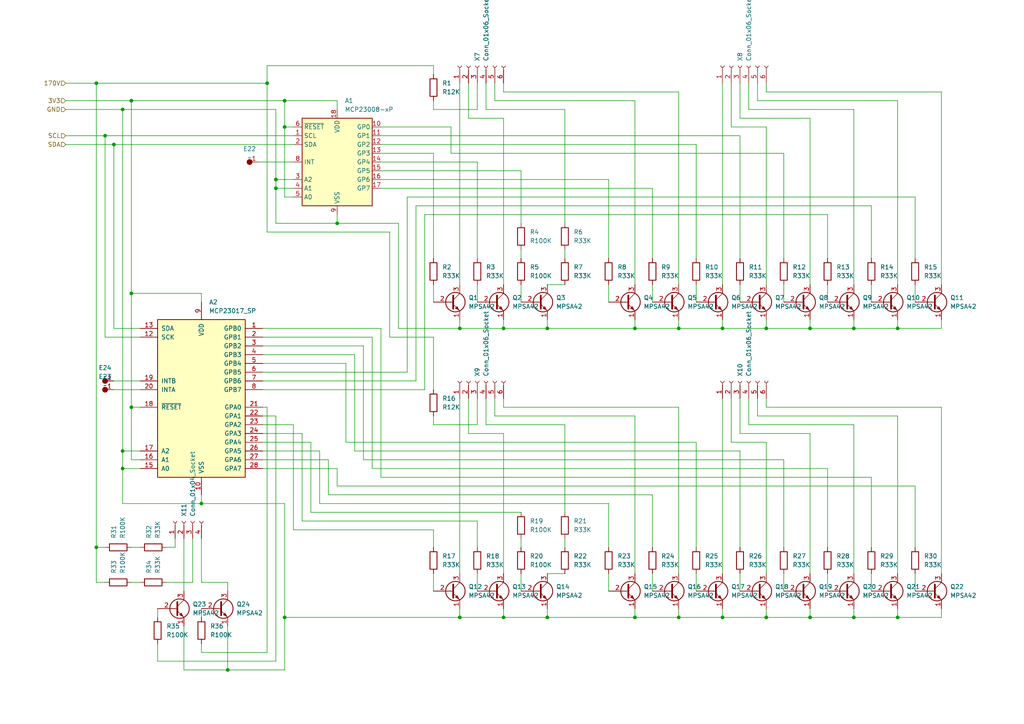
<source format=kicad_sch>
(kicad_sch (version 20231120) (generator "eeschema") (generator_version "8.0")
  (paper "A4")
  (lib_symbols
    (symbol "Connector:Conn_01x04_Socket" (pin_names (offset 1.016) hide)
      (property "Reference" "J" (at 0 5.08 0))
      (property "Value" "Conn_01x04_Socket" (at 0 -7.62 0))
      (symbol "Conn_01x04_Socket_1_1"
        (arc (start 0 -4.572) (mid -0.5058 -5.08) (end 0 -5.588) (stroke (width 0.1524)))
        (arc (start 0 -2.032) (mid -0.5058 -2.54) (end 0 -3.048) (stroke (width 0.1524)))
        (polyline (pts (xy -1.27 -5.08) (xy -0.508 -5.08)) (stroke (width 0.1524)))
        (polyline (pts (xy -1.27 -2.54) (xy -0.508 -2.54)) (stroke (width 0.1524)))
        (polyline (pts (xy -1.27 0) (xy -0.508 0)) (stroke (width 0.1524)))
        (polyline (pts (xy -1.27 2.54) (xy -0.508 2.54)) (stroke (width 0.1524)))
        (arc (start 0 0.508) (mid -0.5058 0) (end 0 -0.508) (stroke (width 0.1524)))
        (arc (start 0 3.048) (mid -0.5058 2.54) (end 0 2.032) (stroke (width 0.1524)))
        (pin passive line (at -5.08 2.54 0) (length 3.81) (name "Pin_1") (number "1"))
        (pin passive line (at -5.08 0 0) (length 3.81) (name "Pin_2") (number "2"))
        (pin passive line (at -5.08 -2.54 0) (length 3.81) (name "Pin_3") (number "3"))
        (pin passive line (at -5.08 -5.08 0) (length 3.81) (name "Pin_4") (number "4"))
      )
    )
    (symbol "Connector:Conn_01x06_Socket" (pin_names (offset 1.016) hide)
      (property "Reference" "J" (at 0 7.62 0))
      (property "Value" "Conn_01x06_Socket" (at 0 -10.16 0))
      (symbol "Conn_01x06_Socket_1_1"
        (arc (start 0 -7.112) (mid -0.5058 -7.62) (end 0 -8.128) (stroke (width 0.1524)))
        (arc (start 0 -4.572) (mid -0.5058 -5.08) (end 0 -5.588) (stroke (width 0.1524)))
        (arc (start 0 -2.032) (mid -0.5058 -2.54) (end 0 -3.048) (stroke (width 0.1524)))
        (polyline (pts (xy -1.27 -7.62) (xy -0.508 -7.62)) (stroke (width 0.1524)))
        (polyline (pts (xy -1.27 -5.08) (xy -0.508 -5.08)) (stroke (width 0.1524)))
        (polyline (pts (xy -1.27 -2.54) (xy -0.508 -2.54)) (stroke (width 0.1524)))
        (polyline (pts (xy -1.27 0) (xy -0.508 0)) (stroke (width 0.1524)))
        (polyline (pts (xy -1.27 2.54) (xy -0.508 2.54)) (stroke (width 0.1524)))
        (polyline (pts (xy -1.27 5.08) (xy -0.508 5.08)) (stroke (width 0.1524)))
        (arc (start 0 0.508) (mid -0.5058 0) (end 0 -0.508) (stroke (width 0.1524)))
        (arc (start 0 3.048) (mid -0.5058 2.54) (end 0 2.032) (stroke (width 0.1524)))
        (arc (start 0 5.588) (mid -0.5058 5.08) (end 0 4.572) (stroke (width 0.1524)))
        (pin passive line (at -5.08 5.08 0) (length 3.81) (name "Pin_1") (number "1"))
        (pin passive line (at -5.08 2.54 0) (length 3.81) (name "Pin_2") (number "2"))
        (pin passive line (at -5.08 0 0) (length 3.81) (name "Pin_3") (number "3"))
        (pin passive line (at -5.08 -2.54 0) (length 3.81) (name "Pin_4") (number "4"))
        (pin passive line (at -5.08 -5.08 0) (length 3.81) (name "Pin_5") (number "5"))
        (pin passive line (at -5.08 -7.62 0) (length 3.81) (name "Pin_6") (number "6"))
      )
    )
    (symbol "Device:R" (pin_numbers hide) (pin_names (offset 0))
      (property "Reference" "R" (at 2.032 0 90))
      (property "Value" "R" (at 0 0 90))
      (symbol "R_0_1"
        (rectangle (start -1.016 -2.54) (end 1.016 2.54) (stroke (width 0.254)))
      )
      (symbol "R_1_1"
        (pin passive line (at 0 3.81 270) (length 1.27) (name "~") (number "1"))
        (pin passive line (at 0 -3.81 90) (length 1.27) (name "~") (number "2"))
      )
    )
    (symbol "Interface_Expansion:MCP23008-xP"
      (property "Reference" "U" (at -8.89 13.97 0))
      (property "Value" "MCP23008-xP" (at 8.89 13.97 0))
      (symbol "MCP23008-xP_0_1"
        (rectangle (start -10.16 12.7) (end 10.16 -12.7) (stroke (width 0.254)) (fill (type background)))
      )
      (symbol "MCP23008-xP_1_1"
        (pin input line (at -12.7 7.62 0) (length 2.54) (name "SCL") (number "1"))
        (pin bidirectional line (at 12.7 10.16 180) (length 2.54) (name "GP0") (number "10"))
        (pin bidirectional line (at 12.7 7.62 180) (length 2.54) (name "GP1") (number "11"))
        (pin bidirectional line (at 12.7 5.08 180) (length 2.54) (name "GP2") (number "12"))
        (pin bidirectional line (at 12.7 2.54 180) (length 2.54) (name "GP3") (number "13"))
        (pin bidirectional line (at 12.7 0 180) (length 2.54) (name "GP4") (number "14"))
        (pin bidirectional line (at 12.7 -2.54 180) (length 2.54) (name "GP5") (number "15"))
        (pin bidirectional line (at 12.7 -5.08 180) (length 2.54) (name "GP6") (number "16"))
        (pin bidirectional line (at 12.7 -7.62 180) (length 2.54) (name "GP7") (number "17"))
        (pin power_in line (at 0 15.24 270) (length 2.54) (name "VDD") (number "18"))
        (pin bidirectional line (at -12.7 5.08 0) (length 2.54) (name "SDA") (number "2"))
        (pin input line (at -12.7 -5.08 0) (length 2.54) (name "A2") (number "3"))
        (pin input line (at -12.7 -7.62 0) (length 2.54) (name "A1") (number "4"))
        (pin input line (at -12.7 -10.16 0) (length 2.54) (name "A0") (number "5"))
        (pin input line (at -12.7 10.16 0) (length 2.54) (name "~{RESET}") (number "6"))
        (pin no_connect line (at -10.16 -2.54 0) (length 2.54) hide (name "NC") (number "7"))
        (pin output line (at -12.7 0 0) (length 2.54) (name "INT") (number "8"))
        (pin power_in line (at 0 -15.24 90) (length 2.54) (name "VSS") (number "9"))
      )
    )
    (symbol "Interface_Expansion:MCP23017_SP" (pin_names (offset 1.016))
      (property "Reference" "U" (at -11.43 24.13 0))
      (property "Value" "MCP23017_SP" (at 0 0 0))
      (symbol "MCP23017_SP_0_1"
        (rectangle (start -12.7 22.86) (end 12.7 -22.86) (stroke (width 0.254)) (fill (type background)))
      )
      (symbol "MCP23017_SP_1_1"
        (pin bidirectional line (at 17.78 20.32 180) (length 5.08) (name "GPB0") (number "1"))
        (pin power_in line (at 0 -27.94 90) (length 5.08) (name "VSS") (number "10"))
        (pin no_connect line (at -12.7 15.24 0) (length 5.08) hide (name "NC") (number "11"))
        (pin input line (at -17.78 17.78 0) (length 5.08) (name "SCK") (number "12"))
        (pin bidirectional line (at -17.78 20.32 0) (length 5.08) (name "SDA") (number "13"))
        (pin no_connect line (at -12.7 12.7 0) (length 5.08) hide (name "NC") (number "14"))
        (pin input line (at -17.78 -20.32 0) (length 5.08) (name "A0") (number "15"))
        (pin input line (at -17.78 -17.78 0) (length 5.08) (name "A1") (number "16"))
        (pin input line (at -17.78 -15.24 0) (length 5.08) (name "A2") (number "17"))
        (pin input line (at -17.78 -2.54 0) (length 5.08) (name "~{RESET}") (number "18"))
        (pin tri_state line (at -17.78 5.08 0) (length 5.08) (name "INTB") (number "19"))
        (pin bidirectional line (at 17.78 17.78 180) (length 5.08) (name "GPB1") (number "2"))
        (pin tri_state line (at -17.78 2.54 0) (length 5.08) (name "INTA") (number "20"))
        (pin bidirectional line (at 17.78 -2.54 180) (length 5.08) (name "GPA0") (number "21"))
        (pin bidirectional line (at 17.78 -5.08 180) (length 5.08) (name "GPA1") (number "22"))
        (pin bidirectional line (at 17.78 -7.62 180) (length 5.08) (name "GPA2") (number "23"))
        (pin bidirectional line (at 17.78 -10.16 180) (length 5.08) (name "GPA3") (number "24"))
        (pin bidirectional line (at 17.78 -12.7 180) (length 5.08) (name "GPA4") (number "25"))
        (pin bidirectional line (at 17.78 -15.24 180) (length 5.08) (name "GPA5") (number "26"))
        (pin bidirectional line (at 17.78 -17.78 180) (length 5.08) (name "GPA6") (number "27"))
        (pin bidirectional line (at 17.78 -20.32 180) (length 5.08) (name "GPA7") (number "28"))
        (pin bidirectional line (at 17.78 15.24 180) (length 5.08) (name "GPB2") (number "3"))
        (pin bidirectional line (at 17.78 12.7 180) (length 5.08) (name "GPB3") (number "4"))
        (pin bidirectional line (at 17.78 10.16 180) (length 5.08) (name "GPB4") (number "5"))
        (pin bidirectional line (at 17.78 7.62 180) (length 5.08) (name "GPB5") (number "6"))
        (pin bidirectional line (at 17.78 5.08 180) (length 5.08) (name "GPB6") (number "7"))
        (pin bidirectional line (at 17.78 2.54 180) (length 5.08) (name "GPB7") (number "8"))
        (pin power_in line (at 0 27.94 270) (length 5.08) (name "VDD") (number "9"))
      )
    )
    (symbol "Nixie:Pin"
      (property "Reference" "E" (at 4.064 0 0))
      (symbol "Pin_0_1"
        (circle (center 2.54 0) (radius 0.75) (fill (type outline)))
      )
      (symbol "Pin_1_1"
        (pin bidirectional line (at 0 0 0) (length 2.54) (name "") (number "1"))
      )
    )
    (symbol "Transistor_BJT:MPSA42" (pin_names (offset 1.016) hide)
      (property "Reference" "Q" (at 5.08 1.905 0))
      (property "Value" "MPSA42" (at 5.08 0 0))
      (symbol "MPSA42_0_1"
        (polyline (pts (xy 0 0) (xy 0.635 0)))
        (polyline (pts (xy 0.635 0.635) (xy 2.54 2.54)))
        (polyline (pts (xy 0.635 -0.635) (xy 2.54 -2.54) (xy 2.54 -2.54)))
        (polyline (pts (xy 0.635 1.905) (xy 0.635 -1.905) (xy 0.635 -1.905)) (stroke (width 0.508)))
        (polyline (pts (xy 1.27 -1.778) (xy 1.778 -1.27) (xy 2.286 -2.286) (xy 1.27 -1.778) (xy 1.27 -1.778)) (fill (type outline)))
        (circle (center 1.27 0) (radius 2.8194) (stroke (width 0.254)))
      )
      (symbol "MPSA42_1_1"
        (pin passive line (at 2.54 -5.08 90) (length 2.54) (name "E") (number "1"))
        (pin input line (at -5.08 0 0) (length 5.08) (name "B") (number "2"))
        (pin passive line (at 2.54 5.08 270) (length 2.54) (name "C") (number "3"))
      )
    )
  )
  (junction (at 35.56 130.81))
  (junction (at 158.75 179.07))
  (junction (at 184.15 179.07))
  (junction (at 158.75 95.25))
  (junction (at 80.01 54.61))
  (junction (at 184.15 95.25))
  (junction (at 82.55 36.83))
  (junction (at 58.42 146.05))
  (junction (at 234.95 95.25))
  (junction (at 222.25 95.25))
  (junction (at 82.55 179.07))
  (junction (at 247.65 179.07))
  (junction (at 209.55 95.25))
  (junction (at 66.04 194.31))
  (junction (at 27.94 158.75))
  (junction (at 35.56 31.75))
  (junction (at 80.01 52.07))
  (junction (at 30.48 39.37))
  (junction (at 133.35 179.07))
  (junction (at 222.25 179.07))
  (junction (at 35.56 135.89))
  (junction (at 33.02 41.91))
  (junction (at 260.35 179.07))
  (junction (at 97.79 64.77))
  (junction (at 27.94 24.13))
  (junction (at 38.1 29.21))
  (junction (at 196.85 95.25))
  (junction (at 133.35 95.25))
  (junction (at 82.55 29.21))
  (junction (at 260.35 95.25))
  (junction (at 77.47 24.13))
  (junction (at 146.05 95.25))
  (junction (at 247.65 95.25))
  (junction (at 234.95 179.07))
  (junction (at 146.05 179.07))
  (junction (at 209.55 179.07))
  (junction (at 38.1 85.09))
  (junction (at 38.1 118.11))
  (junction (at 196.85 179.07))
  (wire (pts (xy 66.04 168.91) (xy 66.04 171.45)))
  (wire (pts (xy 125.73 19.05) (xy 125.73 21.59)))
  (wire (pts (xy 143.51 120.65) (xy 143.51 115.57)))
  (wire (pts (xy 38.1 29.21) (xy 82.55 29.21)))
  (wire (pts (xy 85.09 123.19) (xy 76.2 123.19)))
  (wire (pts (xy 58.42 176.53) (xy 58.42 179.07)))
  (wire (pts (xy 113.03 97.79) (xy 113.03 67.31)))
  (wire (pts (xy 214.63 34.29) (xy 214.63 24.13)))
  (wire (pts (xy 234.95 34.29) (xy 214.63 34.29)))
  (wire (pts (xy 222.25 36.83) (xy 212.09 36.83)))
  (wire (pts (xy 95.25 143.51) (xy 95.25 133.35)))
  (wire (pts (xy 58.42 156.21) (xy 58.42 168.91)))
  (wire (pts (xy 76.2 113.03) (xy 123.19 113.03)))
  (wire (pts (xy 118.11 107.95) (xy 76.2 107.95)))
  (wire (pts (xy 102.87 130.81) (xy 102.87 102.87)))
  (wire (pts (xy 133.35 95.25) (xy 133.35 92.71)))
  (wire (pts (xy 260.35 95.25) (xy 260.35 92.71)))
  (wire (pts (xy 247.65 82.55) (xy 247.65 31.75)))
  (wire (pts (xy 158.75 82.55) (xy 163.83 82.55)))
  (wire (pts (xy 273.05 166.37) (xy 273.05 118.11)))
  (wire (pts (xy 222.25 166.37) (xy 222.25 128.27)))
  (wire (pts (xy 158.75 179.07) (xy 184.15 179.07)))
  (wire (pts (xy 273.05 92.71) (xy 273.05 95.25)))
  (wire (pts (xy 196.85 26.67) (xy 146.05 26.67)))
  (wire (pts (xy 40.64 95.25) (xy 33.02 95.25)))
  (wire (pts (xy 120.65 110.49) (xy 76.2 110.49)))
  (wire (pts (xy 19.05 29.21) (xy 38.1 29.21)))
  (wire (pts (xy 214.63 158.75) (xy 214.63 130.81)))
  (wire (pts (xy 110.49 39.37) (xy 214.63 39.37)))
  (wire (pts (xy 95.25 133.35) (xy 76.2 133.35)))
  (wire (pts (xy 234.95 95.25) (xy 222.25 95.25)))
  (wire (pts (xy 176.53 52.07) (xy 176.53 74.93)))
  (wire (pts (xy 209.55 176.53) (xy 209.55 179.07)))
  (wire (pts (xy 196.85 82.55) (xy 196.85 26.67)))
  (wire (pts (xy 151.13 72.39) (xy 151.13 74.93)))
  (wire (pts (xy 234.95 125.73) (xy 214.63 125.73)))
  (wire (pts (xy 133.35 115.57) (xy 133.35 166.37)))
  (wire (pts (xy 100.33 128.27) (xy 100.33 105.41)))
  (wire (pts (xy 219.71 29.21) (xy 219.71 24.13)))
  (wire (pts (xy 125.73 113.03) (xy 125.73 97.79)))
  (wire (pts (xy 118.11 57.15) (xy 118.11 107.95)))
  (wire (pts (xy 77.47 118.11) (xy 76.2 118.11)))
  (wire (pts (xy 252.73 74.93) (xy 252.73 59.69)))
  (wire (pts (xy 138.43 115.57) (xy 138.43 123.19)))
  (wire (pts (xy 214.63 125.73) (xy 214.63 115.57)))
  (wire (pts (xy 55.88 168.91) (xy 55.88 156.21)))
  (wire (pts (xy 27.94 168.91) (xy 27.94 158.75)))
  (wire (pts (xy 82.55 36.83) (xy 85.09 36.83)))
  (wire (pts (xy 58.42 189.23) (xy 58.42 186.69)))
  (wire (pts (xy 222.25 24.13) (xy 222.25 26.67)))
  (wire (pts (xy 125.73 123.19) (xy 125.73 120.65)))
  (wire (pts (xy 140.97 123.19) (xy 140.97 115.57)))
  (wire (pts (xy 110.49 44.45) (xy 125.73 44.45)))
  (wire (pts (xy 19.05 31.75) (xy 35.56 31.75)))
  (wire (pts (xy 33.02 113.03) (xy 40.64 113.03)))
  (wire (pts (xy 222.25 176.53) (xy 222.25 179.07)))
  (wire (pts (xy 184.15 95.25) (xy 158.75 95.25)))
  (wire (pts (xy 135.89 34.29) (xy 135.89 24.13)))
  (wire (pts (xy 240.03 82.55) (xy 240.03 87.63)))
  (wire (pts (xy 265.43 82.55) (xy 265.43 87.63)))
  (wire (pts (xy 212.09 128.27) (xy 212.09 115.57)))
  (wire (pts (xy 38.1 118.11) (xy 40.64 118.11)))
  (wire (pts (xy 110.49 138.43) (xy 110.49 95.25)))
  (wire (pts (xy 209.55 82.55) (xy 209.55 24.13)))
  (wire (pts (xy 33.02 95.25) (xy 33.02 41.91)))
  (wire (pts (xy 189.23 54.61) (xy 189.23 74.93)))
  (wire (pts (xy 38.1 29.21) (xy 38.1 85.09)))
  (wire (pts (xy 38.1 85.09) (xy 58.42 85.09)))
  (wire (pts (xy 74.93 46.99) (xy 85.09 46.99)))
  (wire (pts (xy 38.1 168.91) (xy 40.64 168.91)))
  (wire (pts (xy 151.13 82.55) (xy 151.13 87.63)))
  (wire (pts (xy 214.63 130.81) (xy 102.87 130.81)))
  (wire (pts (xy 189.23 166.37) (xy 189.23 171.45)))
  (wire (pts (xy 138.43 82.55) (xy 138.43 87.63)))
  (wire (pts (xy 82.55 194.31) (xy 82.55 179.07)))
  (wire (pts (xy 252.73 59.69) (xy 120.65 59.69)))
  (wire (pts (xy 196.85 118.11) (xy 146.05 118.11)))
  (wire (pts (xy 27.94 158.75) (xy 30.48 158.75)))
  (wire (pts (xy 151.13 64.77) (xy 151.13 49.53)))
  (wire (pts (xy 260.35 29.21) (xy 219.71 29.21)))
  (wire (pts (xy 58.42 87.63) (xy 58.42 85.09)))
  (wire (pts (xy 53.34 181.61) (xy 53.34 194.31)))
  (wire (pts (xy 92.71 130.81) (xy 76.2 130.81)))
  (wire (pts (xy 35.56 146.05) (xy 35.56 135.89)))
  (wire (pts (xy 247.65 179.07) (xy 260.35 179.07)))
  (wire (pts (xy 30.48 168.91) (xy 27.94 168.91)))
  (wire (pts (xy 260.35 120.65) (xy 219.71 120.65)))
  (wire (pts (xy 219.71 120.65) (xy 219.71 115.57)))
  (wire (pts (xy 138.43 31.75) (xy 125.73 31.75)))
  (wire (pts (xy 125.73 153.67) (xy 85.09 153.67)))
  (wire (pts (xy 247.65 123.19) (xy 217.17 123.19)))
  (wire (pts (xy 80.01 54.61) (xy 80.01 64.77)))
  (wire (pts (xy 97.79 64.77) (xy 97.79 62.23)))
  (wire (pts (xy 146.05 95.25) (xy 146.05 92.71)))
  (wire (pts (xy 80.01 31.75) (xy 80.01 52.07)))
  (wire (pts (xy 201.93 41.91) (xy 201.93 74.93)))
  (wire (pts (xy 217.17 123.19) (xy 217.17 115.57)))
  (wire (pts (xy 125.73 31.75) (xy 125.73 29.21)))
  (wire (pts (xy 163.83 72.39) (xy 163.83 74.93)))
  (wire (pts (xy 102.87 102.87) (xy 76.2 102.87)))
  (wire (pts (xy 48.26 158.75) (xy 50.8 158.75)))
  (wire (pts (xy 38.1 118.11) (xy 38.1 133.35)))
  (wire (pts (xy 176.53 166.37) (xy 176.53 171.45)))
  (wire (pts (xy 130.81 36.83) (xy 130.81 44.45)))
  (wire (pts (xy 209.55 95.25) (xy 209.55 92.71)))
  (wire (pts (xy 97.79 64.77) (xy 80.01 64.77)))
  (wire (pts (xy 77.47 19.05) (xy 77.47 24.13)))
  (wire (pts (xy 80.01 191.77) (xy 80.01 120.65)))
  (wire (pts (xy 53.34 194.31) (xy 66.04 194.31)))
  (wire (pts (xy 247.65 31.75) (xy 217.17 31.75)))
  (wire (pts (xy 252.73 82.55) (xy 252.73 87.63)))
  (wire (pts (xy 212.09 36.83) (xy 212.09 24.13)))
  (wire (pts (xy 247.65 166.37) (xy 247.65 123.19)))
  (wire (pts (xy 234.95 95.25) (xy 234.95 92.71)))
  (wire (pts (xy 19.05 39.37) (xy 30.48 39.37)))
  (wire (pts (xy 125.73 82.55) (xy 125.73 87.63)))
  (wire (pts (xy 110.49 95.25) (xy 76.2 95.25)))
  (wire (pts (xy 151.13 148.59) (xy 90.17 148.59)))
  (wire (pts (xy 273.05 179.07) (xy 260.35 179.07)))
  (wire (pts (xy 201.93 82.55) (xy 201.93 87.63)))
  (wire (pts (xy 252.73 158.75) (xy 252.73 138.43)))
  (wire (pts (xy 184.15 29.21) (xy 143.51 29.21)))
  (wire (pts (xy 133.35 24.13) (xy 133.35 82.55)))
  (wire (pts (xy 58.42 146.05) (xy 35.56 146.05)))
  (wire (pts (xy 209.55 95.25) (xy 222.25 95.25)))
  (wire (pts (xy 82.55 146.05) (xy 82.55 179.07)))
  (wire (pts (xy 82.55 29.21) (xy 97.79 29.21)))
  (wire (pts (xy 184.15 82.55) (xy 184.15 29.21)))
  (wire (pts (xy 163.83 156.21) (xy 163.83 158.75)))
  (wire (pts (xy 252.73 166.37) (xy 252.73 171.45)))
  (wire (pts (xy 27.94 24.13) (xy 27.94 158.75)))
  (wire (pts (xy 196.85 95.25) (xy 196.85 92.71)))
  (wire (pts (xy 184.15 95.25) (xy 184.15 92.71)))
  (wire (pts (xy 77.47 19.05) (xy 125.73 19.05)))
  (wire (pts (xy 77.47 189.23) (xy 77.47 118.11)))
  (wire (pts (xy 196.85 166.37) (xy 196.85 118.11)))
  (wire (pts (xy 110.49 36.83) (xy 130.81 36.83)))
  (wire (pts (xy 158.75 95.25) (xy 146.05 95.25)))
  (wire (pts (xy 133.35 95.25) (xy 115.57 95.25)))
  (wire (pts (xy 110.49 52.07) (xy 176.53 52.07)))
  (wire (pts (xy 38.1 85.09) (xy 38.1 118.11)))
  (wire (pts (xy 151.13 166.37) (xy 151.13 171.45)))
  (wire (pts (xy 176.53 158.75) (xy 176.53 146.05)))
  (wire (pts (xy 35.56 135.89) (xy 35.56 130.81)))
  (wire (pts (xy 30.48 97.79) (xy 30.48 39.37)))
  (wire (pts (xy 240.03 158.75) (xy 240.03 135.89)))
  (wire (pts (xy 273.05 176.53) (xy 273.05 179.07)))
  (wire (pts (xy 90.17 128.27) (xy 90.17 148.59)))
  (wire (pts (xy 82.55 29.21) (xy 82.55 36.83)))
  (wire (pts (xy 35.56 31.75) (xy 80.01 31.75)))
  (wire (pts (xy 45.72 176.53) (xy 45.72 179.07)))
  (wire (pts (xy 135.89 125.73) (xy 135.89 115.57)))
  (wire (pts (xy 234.95 82.55) (xy 234.95 34.29)))
  (wire (pts (xy 19.05 24.13) (xy 27.94 24.13)))
  (wire (pts (xy 115.57 64.77) (xy 97.79 64.77)))
  (wire (pts (xy 107.95 135.89) (xy 107.95 97.79)))
  (wire (pts (xy 265.43 57.15) (xy 118.11 57.15)))
  (wire (pts (xy 40.64 133.35) (xy 38.1 133.35)))
  (wire (pts (xy 35.56 135.89) (xy 40.64 135.89)))
  (wire (pts (xy 30.48 39.37) (xy 85.09 39.37)))
  (wire (pts (xy 273.05 26.67) (xy 273.05 82.55)))
  (wire (pts (xy 125.73 97.79) (xy 113.03 97.79)))
  (wire (pts (xy 184.15 176.53) (xy 184.15 179.07)))
  (wire (pts (xy 105.41 100.33) (xy 76.2 100.33)))
  (wire (pts (xy 158.75 95.25) (xy 158.75 92.71)))
  (wire (pts (xy 120.65 59.69) (xy 120.65 110.49)))
  (wire (pts (xy 222.25 118.11) (xy 222.25 115.57)))
  (wire (pts (xy 151.13 156.21) (xy 151.13 158.75)))
  (wire (pts (xy 58.42 168.91) (xy 66.04 168.91)))
  (wire (pts (xy 209.55 115.57) (xy 209.55 166.37)))
  (wire (pts (xy 240.03 135.89) (xy 107.95 135.89)))
  (wire (pts (xy 252.73 138.43) (xy 110.49 138.43)))
  (wire (pts (xy 260.35 179.07) (xy 260.35 176.53)))
  (wire (pts (xy 143.51 29.21) (xy 143.51 24.13)))
  (wire (pts (xy 138.43 151.13) (xy 87.63 151.13)))
  (wire (pts (xy 176.53 82.55) (xy 176.53 87.63)))
  (wire (pts (xy 163.83 148.59) (xy 163.83 123.19)))
  (wire (pts (xy 138.43 158.75) (xy 138.43 151.13)))
  (wire (pts (xy 222.25 82.55) (xy 222.25 36.83)))
  (wire (pts (xy 45.72 191.77) (xy 45.72 186.69)))
  (wire (pts (xy 209.55 95.25) (xy 196.85 95.25)))
  (wire (pts (xy 87.63 125.73) (xy 76.2 125.73)))
  (wire (pts (xy 214.63 166.37) (xy 214.63 171.45)))
  (wire (pts (xy 92.71 146.05) (xy 92.71 130.81)))
  (wire (pts (xy 146.05 26.67) (xy 146.05 24.13)))
  (wire (pts (xy 38.1 158.75) (xy 40.64 158.75)))
  (wire (pts (xy 53.34 156.21) (xy 53.34 171.45)))
  (wire (pts (xy 146.05 179.07) (xy 158.75 179.07)))
  (wire (pts (xy 146.05 118.11) (xy 146.05 115.57)))
  (wire (pts (xy 196.85 95.25) (xy 184.15 95.25)))
  (wire (pts (xy 247.65 95.25) (xy 234.95 95.25)))
  (wire (pts (xy 265.43 158.75) (xy 265.43 140.97)))
  (wire (pts (xy 201.93 158.75) (xy 201.93 128.27)))
  (wire (pts (xy 138.43 166.37) (xy 138.43 171.45)))
  (wire (pts (xy 184.15 179.07) (xy 196.85 179.07)))
  (wire (pts (xy 234.95 166.37) (xy 234.95 125.73)))
  (wire (pts (xy 123.19 62.23) (xy 123.19 113.03)))
  (wire (pts (xy 158.75 166.37) (xy 163.83 166.37)))
  (wire (pts (xy 227.33 166.37) (xy 227.33 171.45)))
  (wire (pts (xy 247.65 95.25) (xy 247.65 92.71)))
  (wire (pts (xy 66.04 194.31) (xy 82.55 194.31)))
  (wire (pts (xy 97.79 29.21) (xy 97.79 31.75)))
  (wire (pts (xy 90.17 128.27) (xy 76.2 128.27)))
  (wire (pts (xy 209.55 179.07) (xy 222.25 179.07)))
  (wire (pts (xy 146.05 95.25) (xy 133.35 95.25)))
  (wire (pts (xy 265.43 166.37) (xy 265.43 171.45)))
  (wire (pts (xy 240.03 62.23) (xy 123.19 62.23)))
  (wire (pts (xy 227.33 158.75) (xy 227.33 133.35)))
  (wire (pts (xy 33.02 110.49) (xy 40.64 110.49)))
  (wire (pts (xy 217.17 31.75) (xy 217.17 24.13)))
  (wire (pts (xy 138.43 123.19) (xy 125.73 123.19)))
  (wire (pts (xy 196.85 179.07) (xy 209.55 179.07)))
  (wire (pts (xy 189.23 82.55) (xy 189.23 87.63)))
  (wire (pts (xy 184.15 120.65) (xy 143.51 120.65)))
  (wire (pts (xy 125.73 153.67) (xy 125.73 158.75)))
  (wire (pts (xy 214.63 82.55) (xy 214.63 87.63)))
  (wire (pts (xy 138.43 24.13) (xy 138.43 31.75)))
  (wire (pts (xy 196.85 176.53) (xy 196.85 179.07)))
  (wire (pts (xy 260.35 166.37) (xy 260.35 120.65)))
  (wire (pts (xy 82.55 179.07) (xy 133.35 179.07)))
  (wire (pts (xy 201.93 166.37) (xy 201.93 171.45)))
  (wire (pts (xy 105.41 133.35) (xy 105.41 100.33)))
  (wire (pts (xy 163.83 64.77) (xy 163.83 31.75)))
  (wire (pts (xy 130.81 44.45) (xy 227.33 44.45)))
  (wire (pts (xy 146.05 34.29) (xy 135.89 34.29)))
  (wire (pts (xy 265.43 74.93) (xy 265.43 57.15)))
  (wire (pts (xy 240.03 74.93) (xy 240.03 62.23)))
  (wire (pts (xy 189.23 158.75) (xy 189.23 143.51)))
  (wire (pts (xy 125.73 166.37) (xy 125.73 171.45)))
  (wire (pts (xy 33.02 41.91) (xy 85.09 41.91)))
  (wire (pts (xy 184.15 166.37) (xy 184.15 120.65)))
  (wire (pts (xy 176.53 146.05) (xy 92.71 146.05)))
  (wire (pts (xy 273.05 118.11) (xy 222.25 118.11)))
  (wire (pts (xy 100.33 105.41) (xy 76.2 105.41)))
  (wire (pts (xy 163.83 31.75) (xy 140.97 31.75)))
  (wire (pts (xy 227.33 133.35) (xy 105.41 133.35)))
  (wire (pts (xy 234.95 179.07) (xy 247.65 179.07)))
  (wire (pts (xy 201.93 128.27) (xy 100.33 128.27)))
  (wire (pts (xy 82.55 57.15) (xy 82.55 36.83)))
  (wire (pts (xy 80.01 54.61) (xy 80.01 52.07)))
  (wire (pts (xy 80.01 191.77) (xy 45.72 191.77)))
  (wire (pts (xy 240.03 166.37) (xy 240.03 171.45)))
  (wire (pts (xy 214.63 39.37) (xy 214.63 74.93)))
  (wire (pts (xy 110.49 46.99) (xy 138.43 46.99)))
  (wire (pts (xy 58.42 143.51) (xy 58.42 146.05)))
  (wire (pts (xy 133.35 179.07) (xy 146.05 179.07)))
  (wire (pts (xy 19.05 41.91) (xy 33.02 41.91)))
  (wire (pts (xy 35.56 130.81) (xy 40.64 130.81)))
  (wire (pts (xy 66.04 181.61) (xy 66.04 194.31)))
  (wire (pts (xy 27.94 24.13) (xy 77.47 24.13)))
  (wire (pts (xy 227.33 44.45) (xy 227.33 74.93)))
  (wire (pts (xy 35.56 130.81) (xy 35.56 31.75)))
  (wire (pts (xy 222.25 95.25) (xy 222.25 92.71)))
  (wire (pts (xy 234.95 176.53) (xy 234.95 179.07)))
  (wire (pts (xy 135.89 125.73) (xy 146.05 125.73)))
  (wire (pts (xy 158.75 176.53) (xy 158.75 179.07)))
  (wire (pts (xy 140.97 31.75) (xy 140.97 24.13)))
  (wire (pts (xy 50.8 158.75) (xy 50.8 156.21)))
  (wire (pts (xy 125.73 44.45) (xy 125.73 74.93)))
  (wire (pts (xy 80.01 54.61) (xy 85.09 54.61)))
  (wire (pts (xy 115.57 95.25) (xy 115.57 64.77)))
  (wire (pts (xy 97.79 135.89) (xy 76.2 135.89)))
  (wire (pts (xy 227.33 82.55) (xy 227.33 87.63)))
  (wire (pts (xy 110.49 41.91) (xy 201.93 41.91)))
  (wire (pts (xy 222.25 128.27) (xy 212.09 128.27)))
  (wire (pts (xy 273.05 26.67) (xy 222.25 26.67)))
  (wire (pts (xy 97.79 140.97) (xy 97.79 135.89)))
  (wire (pts (xy 151.13 49.53) (xy 110.49 49.53)))
  (wire (pts (xy 133.35 176.53) (xy 133.35 179.07)))
  (wire (pts (xy 163.83 123.19) (xy 140.97 123.19)))
  (wire (pts (xy 113.03 67.31) (xy 77.47 67.31)))
  (wire (pts (xy 146.05 176.53) (xy 146.05 179.07)))
  (wire (pts (xy 80.01 120.65) (xy 76.2 120.65)))
  (wire (pts (xy 58.42 146.05) (xy 82.55 146.05)))
  (wire (pts (xy 80.01 52.07) (xy 85.09 52.07)))
  (wire (pts (xy 260.35 95.25) (xy 247.65 95.25)))
  (wire (pts (xy 48.26 168.91) (xy 55.88 168.91)))
  (wire (pts (xy 85.09 57.15) (xy 82.55 57.15)))
  (wire (pts (xy 146.05 166.37) (xy 146.05 125.73)))
  (wire (pts (xy 189.23 143.51) (xy 95.25 143.51)))
  (wire (pts (xy 58.42 189.23) (xy 77.47 189.23)))
  (wire (pts (xy 87.63 125.73) (xy 87.63 151.13)))
  (wire (pts (xy 146.05 82.55) (xy 146.05 34.29)))
  (wire (pts (xy 110.49 54.61) (xy 189.23 54.61)))
  (wire (pts (xy 138.43 46.99) (xy 138.43 74.93)))
  (wire (pts (xy 40.64 97.79) (xy 30.48 97.79)))
  (wire (pts (xy 265.43 140.97) (xy 97.79 140.97)))
  (wire (pts (xy 107.95 97.79) (xy 76.2 97.79)))
  (wire (pts (xy 273.05 95.25) (xy 260.35 95.25)))
  (wire (pts (xy 77.47 67.31) (xy 77.47 24.13)))
  (wire (pts (xy 247.65 176.53) (xy 247.65 179.07)))
  (wire (pts (xy 222.25 179.07) (xy 234.95 179.07)))
  (wire (pts (xy 85.09 123.19) (xy 85.09 153.67)))
  (wire (pts (xy 260.35 82.55) (xy 260.35 29.21)))
  (hierarchical_label "GND" (shape input) (at 19.05 31.75 180))
  (hierarchical_label "3V3" (shape input) (at 19.05 29.21 180))
  (hierarchical_label "SCL" (shape input) (at 19.05 39.37 180))
  (hierarchical_label "170V" (shape input) (at 19.05 24.13 180))
  (hierarchical_label "SDA" (shape input) (at 19.05 41.91 180))
  (symbol (lib_id "Transistor_BJT:MPSA42") (at 156.21 171.45 0) (unit 1)
    (property "Reference" "Q14" (at 161.29 170.1799 0) (effects (justify left)))
    (property "Value" "MPSA42" (at 161.29 172.7199 0) (effects (justify left)))
    (property "Footprint" "Package_TO_SOT_THT:TO-92_Inline" (effects (hide yes)))
    (property "Datasheet" "http://www.onsemi.com/pub_link/Collateral/MPSA42-D.PDF" (effects (hide yes)))
    (property "Description" "0.5A Ic, 300V Vce, NPN High Voltage Transistor, TO-92" (effects (hide yes)))
  )
  (symbol (lib_id "Transistor_BJT:MPSA42") (at 130.81 171.45 0) (unit 1)
    (property "Reference" "Q12" (at 135.89 170.1799 0) (effects (justify left)))
    (property "Value" "MPSA42" (at 135.89 172.7199 0) (effects (justify left)))
    (property "Footprint" "Package_TO_SOT_THT:TO-92_Inline" (effects (hide yes)))
    (property "Datasheet" "http://www.onsemi.com/pub_link/Collateral/MPSA42-D.PDF" (effects (hide yes)))
    (property "Description" "0.5A Ic, 300V Vce, NPN High Voltage Transistor, TO-92" (effects (hide yes)))
  )
  (symbol (lib_id "Device:R") (at 214.63 78.74 0) (unit 1)
    (property "Reference" "R11" (at 217.17 77.4699 0) (effects (justify left)))
    (property "Value" "R33K" (at 217.17 80.0099 0) (effects (justify left)))
    (property "Footprint" "Nixie:Resistor-a" (effects (hide yes)))
    (property "Description" "Resistor" (effects (hide yes)))
  )
  (symbol (lib_id "Device:R") (at 163.83 78.74 0) (unit 1)
    (property "Reference" "R7" (at 166.37 77.4699 0) (effects (justify left)))
    (property "Value" "R33K" (at 166.37 80.0099 0) (effects (justify left)))
    (property "Footprint" "Nixie:Resistor-a" (effects (hide yes)))
    (property "Description" "Resistor" (effects (hide yes)))
  )
  (symbol (lib_id "Device:R") (at 151.13 68.58 0) (unit 1)
    (property "Reference" "R4" (at 153.67 67.3099 0) (effects (justify left)))
    (property "Value" "R100K" (at 153.67 69.8499 0) (effects (justify left)))
    (property "Footprint" "Nixie:Resistor-a" (effects (hide yes)))
    (property "Description" "Resistor" (effects (hide yes)))
  )
  (symbol (lib_id "Device:R") (at 44.45 158.75 90) (unit 1)
    (property "Reference" "R32" (at 43.1799 156.21 0) (effects (justify left)))
    (property "Value" "R33K" (at 45.7199 156.21 0) (effects (justify left)))
    (property "Footprint" "Nixie:Resistor-a" (effects (hide yes)))
    (property "Description" "Resistor" (effects (hide yes)))
  )
  (symbol (lib_id "Connector:Conn_01x06_Socket") (at 138.43 19.05 90) (unit 1)
    (property "Reference" "X7" (at 138.4299 17.78 0) (effects (justify left)))
    (property "Value" "Conn_01x06_Socket" (at 140.9699 17.78 0) (effects (justify left)))
    (property "Footprint" "Nixie:Pinbar_1-6-f-a" (effects (hide yes)))
    (property "Description" "Generic connector, single row, 01x06, script generated" (effects (hide yes)))
  )
  (symbol (lib_id "Transistor_BJT:MPSA42") (at 194.31 87.63 0) (unit 1)
    (property "Reference" "Q5" (at 199.39 86.3599 0) (effects (justify left)))
    (property "Value" "MPSA42" (at 199.39 88.8999 0) (effects (justify left)))
    (property "Footprint" "Package_TO_SOT_THT:TO-92_Inline" (effects (hide yes)))
    (property "Datasheet" "http://www.onsemi.com/pub_link/Collateral/MPSA42-D.PDF" (effects (hide yes)))
    (property "Description" "0.5A Ic, 300V Vce, NPN High Voltage Transistor, TO-92" (effects (hide yes)))
  )
  (symbol (lib_id "Transistor_BJT:MPSA42") (at 63.5 176.53 0) (unit 1)
    (property "Reference" "Q24" (at 68.58 175.2599 0) (effects (justify left)))
    (property "Value" "MPSA42" (at 68.58 177.7999 0) (effects (justify left)))
    (property "Footprint" "Package_TO_SOT_THT:TO-92_Inline" (effects (hide yes)))
    (property "Datasheet" "http://www.onsemi.com/pub_link/Collateral/MPSA42-D.PDF" (effects (hide yes)))
    (property "Description" "0.5A Ic, 300V Vce, NPN High Voltage Transistor, TO-92" (effects (hide yes)))
  )
  (symbol (lib_id "Device:R") (at 125.73 116.84 0) (unit 1)
    (property "Reference" "R16" (at 128.27 115.5699 0) (effects (justify left)))
    (property "Value" "R12K" (at 128.27 118.1099 0) (effects (justify left)))
    (property "Footprint" "Nixie:Resistor-a" (effects (hide yes)))
    (property "Description" "Resistor" (effects (hide yes)))
  )
  (symbol (lib_id "Device:R") (at 227.33 162.56 0) (unit 1)
    (property "Reference" "R27" (at 229.87 161.2899 0) (effects (justify left)))
    (property "Value" "R33K" (at 229.87 163.8299 0) (effects (justify left)))
    (property "Footprint" "Nixie:Resistor-a" (effects (hide yes)))
    (property "Description" "Resistor" (effects (hide yes)))
  )
  (symbol (lib_id "Device:R") (at 138.43 78.74 0) (unit 1)
    (property "Reference" "R3" (at 140.97 77.4699 0) (effects (justify left)))
    (property "Value" "R33K" (at 140.97 80.0099 0) (effects (justify left)))
    (property "Footprint" "Nixie:Resistor-a" (effects (hide yes)))
    (property "Description" "Resistor" (effects (hide yes)))
  )
  (symbol (lib_id "Device:R") (at 44.45 168.91 90) (unit 1)
    (property "Reference" "R34" (at 43.1799 166.37 0) (effects (justify left)))
    (property "Value" "R33K" (at 45.7199 166.37 0) (effects (justify left)))
    (property "Footprint" "Nixie:Resistor-a" (effects (hide yes)))
    (property "Description" "Resistor" (effects (hide yes)))
  )
  (symbol (lib_id "Transistor_BJT:MPSA42") (at 232.41 171.45 0) (unit 1)
    (property "Reference" "Q19" (at 237.49 170.1799 0) (effects (justify left)))
    (property "Value" "MPSA42" (at 237.49 172.7199 0) (effects (justify left)))
    (property "Footprint" "Package_TO_SOT_THT:TO-92_Inline" (effects (hide yes)))
    (property "Datasheet" "http://www.onsemi.com/pub_link/Collateral/MPSA42-D.PDF" (effects (hide yes)))
    (property "Description" "0.5A Ic, 300V Vce, NPN High Voltage Transistor, TO-92" (effects (hide yes)))
  )
  (symbol (lib_id "Nixie:Pin") (at 33.02 110.49 180) (unit 1)
    (property "Reference" "E24" (at 30.48 106.68 0))
    (property "Value" "~" (at 30.48 109.22 0))
    (property "Footprint" "Nixie:SingleHole" (effects (hide yes)))
  )
  (symbol (lib_id "Transistor_BJT:MPSA42") (at 219.71 87.63 0) (unit 1)
    (property "Reference" "Q7" (at 224.79 86.3599 0) (effects (justify left)))
    (property "Value" "MPSA42" (at 224.79 88.8999 0) (effects (justify left)))
    (property "Footprint" "Package_TO_SOT_THT:TO-92_Inline" (effects (hide yes)))
    (property "Datasheet" "http://www.onsemi.com/pub_link/Collateral/MPSA42-D.PDF" (effects (hide yes)))
    (property "Description" "0.5A Ic, 300V Vce, NPN High Voltage Transistor, TO-92" (effects (hide yes)))
  )
  (symbol (lib_id "Interface_Expansion:MCP23017_SP") (at 58.42 115.57 0) (unit 1)
    (property "Reference" "A2" (at 60.6141 87.63 0) (effects (justify left)))
    (property "Value" "MCP23017_SP" (at 60.6141 90.17 0) (effects (justify left)))
    (property "Footprint" "Package_DIP:DIP-28_W7.62mm" (effects (hide yes)))
    (property "Datasheet" "http://ww1.microchip.com/downloads/en/DeviceDoc/20001952C.pdf" (effects (hide yes)))
    (property "Description" "16-bit I/O expander, I2C, interrupts, w pull-ups, SPDIP-28" (effects (hide yes)))
  )
  (symbol (lib_id "Connector:Conn_01x06_Socket") (at 214.63 19.05 90) (unit 1)
    (property "Reference" "X8" (at 214.6299 17.78 0) (effects (justify left)))
    (property "Value" "Conn_01x06_Socket" (at 217.1699 17.78 0) (effects (justify left)))
    (property "Footprint" "Nixie:Pinbar_1-6-f-b" (effects (hide yes)))
    (property "Description" "Generic connector, single row, 01x06, script generated" (effects (hide yes)))
  )
  (symbol (lib_id "Transistor_BJT:MPSA42") (at 257.81 171.45 0) (unit 1)
    (property "Reference" "Q21" (at 262.89 170.1799 0) (effects (justify left)))
    (property "Value" "MPSA42" (at 262.89 172.7199 0) (effects (justify left)))
    (property "Footprint" "Package_TO_SOT_THT:TO-92_Inline" (effects (hide yes)))
    (property "Datasheet" "http://www.onsemi.com/pub_link/Collateral/MPSA42-D.PDF" (effects (hide yes)))
    (property "Description" "0.5A Ic, 300V Vce, NPN High Voltage Transistor, TO-92" (effects (hide yes)))
  )
  (symbol (lib_id "Device:R") (at 58.42 182.88 0) (unit 1)
    (property "Reference" "R36" (at 60.96 181.6099 0) (effects (justify left)))
    (property "Value" "R100K" (at 60.96 184.1499 0) (effects (justify left)))
    (property "Footprint" "Nixie:Resistor-a" (effects (hide yes)))
    (property "Description" "Resistor" (effects (hide yes)))
  )
  (symbol (lib_id "Device:R") (at 240.03 162.56 0) (unit 1)
    (property "Reference" "R28" (at 242.57 161.2899 0) (effects (justify left)))
    (property "Value" "R33K" (at 242.57 163.8299 0) (effects (justify left)))
    (property "Footprint" "Nixie:Resistor-a" (effects (hide yes)))
    (property "Description" "Resistor" (effects (hide yes)))
  )
  (symbol (lib_id "Device:R") (at 163.83 68.58 0) (unit 1)
    (property "Reference" "R6" (at 166.37 67.3099 0) (effects (justify left)))
    (property "Value" "R33K" (at 166.37 69.8499 0) (effects (justify left)))
    (property "Footprint" "Nixie:Resistor-a" (effects (hide yes)))
    (property "Description" "Resistor" (effects (hide yes)))
  )
  (symbol (lib_id "Transistor_BJT:MPSA42") (at 270.51 171.45 0) (unit 1)
    (property "Reference" "Q22" (at 275.59 170.1799 0) (effects (justify left)))
    (property "Value" "MPSA42" (at 275.59 172.7199 0) (effects (justify left)))
    (property "Footprint" "Package_TO_SOT_THT:TO-92_Inline" (effects (hide yes)))
    (property "Datasheet" "http://www.onsemi.com/pub_link/Collateral/MPSA42-D.PDF" (effects (hide yes)))
    (property "Description" "0.5A Ic, 300V Vce, NPN High Voltage Transistor, TO-92" (effects (hide yes)))
  )
  (symbol (lib_id "Transistor_BJT:MPSA42") (at 245.11 171.45 0) (unit 1)
    (property "Reference" "Q20" (at 250.19 170.1799 0) (effects (justify left)))
    (property "Value" "MPSA42" (at 250.19 172.7199 0) (effects (justify left)))
    (property "Footprint" "Package_TO_SOT_THT:TO-92_Inline" (effects (hide yes)))
    (property "Datasheet" "http://www.onsemi.com/pub_link/Collateral/MPSA42-D.PDF" (effects (hide yes)))
    (property "Description" "0.5A Ic, 300V Vce, NPN High Voltage Transistor, TO-92" (effects (hide yes)))
  )
  (symbol (lib_id "Transistor_BJT:MPSA42") (at 245.11 87.63 0) (unit 1)
    (property "Reference" "Q9" (at 250.19 86.3599 0) (effects (justify left)))
    (property "Value" "MPSA42" (at 250.19 88.8999 0) (effects (justify left)))
    (property "Footprint" "Package_TO_SOT_THT:TO-92_Inline" (effects (hide yes)))
    (property "Datasheet" "http://www.onsemi.com/pub_link/Collateral/MPSA42-D.PDF" (effects (hide yes)))
    (property "Description" "0.5A Ic, 300V Vce, NPN High Voltage Transistor, TO-92" (effects (hide yes)))
  )
  (symbol (lib_id "Connector:Conn_01x04_Socket") (at 53.34 151.13 90) (unit 1)
    (property "Reference" "X11" (at 53.3399 149.86 0) (effects (justify left)))
    (property "Value" "Conn_01x04_Socket" (at 55.8799 149.86 0) (effects (justify left)))
    (property "Footprint" "Nixie:Pinbar_1-4-f-a" (effects (hide yes)))
    (property "Description" "Generic connector, single row, 01x04, script generated" (effects (hide yes)))
  )
  (symbol (lib_id "Device:R") (at 125.73 25.4 0) (unit 1)
    (property "Reference" "R1" (at 128.27 24.1299 0) (effects (justify left)))
    (property "Value" "R12K" (at 128.27 26.6699 0) (effects (justify left)))
    (property "Footprint" "Nixie:Resistor-a" (effects (hide yes)))
    (property "Description" "Resistor" (effects (hide yes)))
  )
  (symbol (lib_id "Device:R") (at 163.83 152.4 0) (unit 1)
    (property "Reference" "R21" (at 166.37 151.1299 0) (effects (justify left)))
    (property "Value" "R33K" (at 166.37 153.6699 0) (effects (justify left)))
    (property "Footprint" "Nixie:Resistor-a" (effects (hide yes)))
    (property "Description" "Resistor" (effects (hide yes)))
  )
  (symbol (lib_id "Device:R") (at 265.43 78.74 0) (unit 1)
    (property "Reference" "R15" (at 267.97 77.4699 0) (effects (justify left)))
    (property "Value" "R33K" (at 267.97 80.0099 0) (effects (justify left)))
    (property "Footprint" "Nixie:Resistor-a" (effects (hide yes)))
    (property "Description" "Resistor" (effects (hide yes)))
  )
  (symbol (lib_id "Transistor_BJT:MPSA42") (at 156.21 87.63 0) (unit 1)
    (property "Reference" "Q3" (at 161.29 86.3599 0) (effects (justify left)))
    (property "Value" "MPSA42" (at 161.29 88.8999 0) (effects (justify left)))
    (property "Footprint" "Package_TO_SOT_THT:TO-92_Inline" (effects (hide yes)))
    (property "Datasheet" "http://www.onsemi.com/pub_link/Collateral/MPSA42-D.PDF" (effects (hide yes)))
    (property "Description" "0.5A Ic, 300V Vce, NPN High Voltage Transistor, TO-92" (effects (hide yes)))
  )
  (symbol (lib_id "Transistor_BJT:MPSA42") (at 207.01 171.45 0) (unit 1)
    (property "Reference" "Q17" (at 212.09 170.1799 0) (effects (justify left)))
    (property "Value" "MPSA42" (at 212.09 172.7199 0) (effects (justify left)))
    (property "Footprint" "Package_TO_SOT_THT:TO-92_Inline" (effects (hide yes)))
    (property "Datasheet" "http://www.onsemi.com/pub_link/Collateral/MPSA42-D.PDF" (effects (hide yes)))
    (property "Description" "0.5A Ic, 300V Vce, NPN High Voltage Transistor, TO-92" (effects (hide yes)))
  )
  (symbol (lib_id "Device:R") (at 189.23 78.74 0) (unit 1)
    (property "Reference" "R9" (at 191.77 77.4699 0) (effects (justify left)))
    (property "Value" "R33K" (at 191.77 80.0099 0) (effects (justify left)))
    (property "Footprint" "Nixie:Resistor-a" (effects (hide yes)))
    (property "Description" "Resistor" (effects (hide yes)))
  )
  (symbol (lib_id "Device:R") (at 176.53 162.56 0) (unit 1)
    (property "Reference" "R23" (at 179.07 161.2899 0) (effects (justify left)))
    (property "Value" "R33K" (at 179.07 163.8299 0) (effects (justify left)))
    (property "Footprint" "Nixie:Resistor-a" (effects (hide yes)))
    (property "Description" "Resistor" (effects (hide yes)))
  )
  (symbol (lib_id "Device:R") (at 163.83 162.56 0) (unit 1)
    (property "Reference" "R22" (at 166.37 161.2899 0) (effects (justify left)))
    (property "Value" "R33K" (at 166.37 163.8299 0) (effects (justify left)))
    (property "Footprint" "Nixie:Resistor-a" (effects (hide yes)))
    (property "Description" "Resistor" (effects (hide yes)))
  )
  (symbol (lib_id "Device:R") (at 34.29 168.91 90) (unit 1)
    (property "Reference" "R33" (at 33.0199 166.37 0) (effects (justify left)))
    (property "Value" "R100K" (at 35.5599 166.37 0) (effects (justify left)))
    (property "Footprint" "Nixie:Resistor-a" (effects (hide yes)))
    (property "Description" "Resistor" (effects (hide yes)))
  )
  (symbol (lib_id "Device:R") (at 227.33 78.74 0) (unit 1)
    (property "Reference" "R12" (at 229.87 77.4699 0) (effects (justify left)))
    (property "Value" "R33K" (at 229.87 80.0099 0) (effects (justify left)))
    (property "Footprint" "Nixie:Resistor-a" (effects (hide yes)))
    (property "Description" "Resistor" (effects (hide yes)))
  )
  (symbol (lib_id "Transistor_BJT:MPSA42") (at 207.01 87.63 0) (unit 1)
    (property "Reference" "Q6" (at 212.09 86.3599 0) (effects (justify left)))
    (property "Value" "MPSA42" (at 212.09 88.8999 0) (effects (justify left)))
    (property "Footprint" "Package_TO_SOT_THT:TO-92_Inline" (effects (hide yes)))
    (property "Datasheet" "http://www.onsemi.com/pub_link/Collateral/MPSA42-D.PDF" (effects (hide yes)))
    (property "Description" "0.5A Ic, 300V Vce, NPN High Voltage Transistor, TO-92" (effects (hide yes)))
  )
  (symbol (lib_id "Device:R") (at 252.73 78.74 0) (unit 1)
    (property "Reference" "R14" (at 255.27 77.4699 0) (effects (justify left)))
    (property "Value" "R33K" (at 255.27 80.0099 0) (effects (justify left)))
    (property "Footprint" "Nixie:Resistor-a" (effects (hide yes)))
    (property "Description" "Resistor" (effects (hide yes)))
  )
  (symbol (lib_id "Transistor_BJT:MPSA42") (at 257.81 87.63 0) (unit 1)
    (property "Reference" "Q10" (at 262.89 86.3599 0) (effects (justify left)))
    (property "Value" "MPSA42" (at 262.89 88.8999 0) (effects (justify left)))
    (property "Footprint" "Package_TO_SOT_THT:TO-92_Inline" (effects (hide yes)))
    (property "Datasheet" "http://www.onsemi.com/pub_link/Collateral/MPSA42-D.PDF" (effects (hide yes)))
    (property "Description" "0.5A Ic, 300V Vce, NPN High Voltage Transistor, TO-92" (effects (hide yes)))
  )
  (symbol (lib_id "Device:R") (at 45.72 182.88 0) (unit 1)
    (property "Reference" "R35" (at 48.26 181.6099 0) (effects (justify left)))
    (property "Value" "R100K" (at 48.26 184.1499 0) (effects (justify left)))
    (property "Footprint" "Nixie:Resistor-a" (effects (hide yes)))
    (property "Description" "Resistor" (effects (hide yes)))
  )
  (symbol (lib_id "Device:R") (at 189.23 162.56 0) (unit 1)
    (property "Reference" "R24" (at 191.77 161.2899 0) (effects (justify left)))
    (property "Value" "R33K" (at 191.77 163.8299 0) (effects (justify left)))
    (property "Footprint" "Nixie:Resistor-a" (effects (hide yes)))
    (property "Description" "Resistor" (effects (hide yes)))
  )
  (symbol (lib_id "Device:R") (at 151.13 78.74 0) (unit 1)
    (property "Reference" "R5" (at 153.67 77.4699 0) (effects (justify left)))
    (property "Value" "R100K" (at 153.67 80.0099 0) (effects (justify left)))
    (property "Footprint" "Nixie:Resistor-a" (effects (hide yes)))
    (property "Description" "Resistor" (effects (hide yes)))
  )
  (symbol (lib_id "Transistor_BJT:MPSA42") (at 130.81 87.63 0) (unit 1)
    (property "Reference" "Q1" (at 135.89 86.3599 0) (effects (justify left)))
    (property "Value" "MPSA42" (at 135.89 88.8999 0) (effects (justify left)))
    (property "Footprint" "Package_TO_SOT_THT:TO-92_Inline" (effects (hide yes)))
    (property "Datasheet" "http://www.onsemi.com/pub_link/Collateral/MPSA42-D.PDF" (effects (hide yes)))
    (property "Description" "0.5A Ic, 300V Vce, NPN High Voltage Transistor, TO-92" (effects (hide yes)))
  )
  (symbol (lib_id "Transistor_BJT:MPSA42") (at 270.51 87.63 0) (unit 1)
    (property "Reference" "Q11" (at 275.59 86.3599 0) (effects (justify left)))
    (property "Value" "MPSA42" (at 275.59 88.8999 0) (effects (justify left)))
    (property "Footprint" "Package_TO_SOT_THT:TO-92_Inline" (effects (hide yes)))
    (property "Datasheet" "http://www.onsemi.com/pub_link/Collateral/MPSA42-D.PDF" (effects (hide yes)))
    (property "Description" "0.5A Ic, 300V Vce, NPN High Voltage Transistor, TO-92" (effects (hide yes)))
  )
  (symbol (lib_id "Device:R") (at 125.73 162.56 0) (unit 1)
    (property "Reference" "R17" (at 128.27 161.2899 0) (effects (justify left)))
    (property "Value" "R33K" (at 128.27 163.8299 0) (effects (justify left)))
    (property "Footprint" "Nixie:Resistor-a" (effects (hide yes)))
    (property "Description" "Resistor" (effects (hide yes)))
  )
  (symbol (lib_id "Interface_Expansion:MCP23008-xP") (at 97.79 46.99 0) (unit 1)
    (property "Reference" "A1" (at 99.9841 29.21 0) (effects (justify left)))
    (property "Value" "MCP23008-xP" (at 99.9841 31.75 0) (effects (justify left)))
    (property "Footprint" "Package_DIP:DIP-18_W7.62mm" (effects (hide yes)))
    (property "Datasheet" "http://ww1.microchip.com/downloads/en/DeviceDoc/MCP23008-MCP23S08-Data-Sheet-20001919F.pdf" (effects (hide yes)))
    (property "Description" "8-bit I/O expander, I2C, interrupts, PDIP-18" (effects (hide yes)))
  )
  (symbol (lib_id "Connector:Conn_01x06_Socket") (at 138.43 110.49 90) (unit 1)
    (property "Reference" "X9" (at 138.4299 109.22 0) (effects (justify left)))
    (property "Value" "Conn_01x06_Socket" (at 140.9699 109.22 0) (effects (justify left)))
    (property "Footprint" "Nixie:Pinbar_1-6-f-a" (effects (hide yes)))
    (property "Description" "Generic connector, single row, 01x06, script generated" (effects (hide yes)))
  )
  (symbol (lib_id "Device:R") (at 151.13 162.56 0) (unit 1)
    (property "Reference" "R20" (at 153.67 161.2899 0) (effects (justify left)))
    (property "Value" "R100K" (at 153.67 163.8299 0) (effects (justify left)))
    (property "Footprint" "Nixie:Resistor-a" (effects (hide yes)))
    (property "Description" "Resistor" (effects (hide yes)))
  )
  (symbol (lib_id "Device:R") (at 201.93 162.56 0) (unit 1)
    (property "Reference" "R25" (at 204.47 161.2899 0) (effects (justify left)))
    (property "Value" "R33K" (at 204.47 163.8299 0) (effects (justify left)))
    (property "Footprint" "Nixie:Resistor-a" (effects (hide yes)))
    (property "Description" "Resistor" (effects (hide yes)))
  )
  (symbol (lib_id "Transistor_BJT:MPSA42") (at 232.41 87.63 0) (unit 1)
    (property "Reference" "Q8" (at 237.49 86.3599 0) (effects (justify left)))
    (property "Value" "MPSA42" (at 237.49 88.8999 0) (effects (justify left)))
    (property "Footprint" "Package_TO_SOT_THT:TO-92_Inline" (effects (hide yes)))
    (property "Datasheet" "http://www.onsemi.com/pub_link/Collateral/MPSA42-D.PDF" (effects (hide yes)))
    (property "Description" "0.5A Ic, 300V Vce, NPN High Voltage Transistor, TO-92" (effects (hide yes)))
  )
  (symbol (lib_id "Device:R") (at 252.73 162.56 0) (unit 1)
    (property "Reference" "R29" (at 255.27 161.2899 0) (effects (justify left)))
    (property "Value" "R33K" (at 255.27 163.8299 0) (effects (justify left)))
    (property "Footprint" "Nixie:Resistor-a" (effects (hide yes)))
    (property "Description" "Resistor" (effects (hide yes)))
  )
  (symbol (lib_id "Device:R") (at 34.29 158.75 90) (unit 1)
    (property "Reference" "R31" (at 33.0199 156.21 0) (effects (justify left)))
    (property "Value" "R100K" (at 35.5599 156.21 0) (effects (justify left)))
    (property "Footprint" "Nixie:Resistor-a" (effects (hide yes)))
    (property "Description" "Resistor" (effects (hide yes)))
  )
  (symbol (lib_id "Device:R") (at 125.73 78.74 0) (unit 1)
    (property "Reference" "R2" (at 128.27 77.4699 0) (effects (justify left)))
    (property "Value" "R33K" (at 128.27 80.0099 0) (effects (justify left)))
    (property "Footprint" "Nixie:Resistor-a" (effects (hide yes)))
    (property "Description" "Resistor" (effects (hide yes)))
  )
  (symbol (lib_id "Device:R") (at 265.43 162.56 0) (unit 1)
    (property "Reference" "R30" (at 267.97 161.2899 0) (effects (justify left)))
    (property "Value" "R33K" (at 267.97 163.8299 0) (effects (justify left)))
    (property "Footprint" "Nixie:Resistor-a" (effects (hide yes)))
    (property "Description" "Resistor" (effects (hide yes)))
  )
  (symbol (lib_id "Nixie:Pin") (at 33.02 113.03 180) (unit 1)
    (property "Reference" "E23" (at 30.48 109.22 0))
    (property "Value" "~" (at 30.48 111.76 0))
    (property "Footprint" "Nixie:SingleHole" (effects (hide yes)))
  )
  (symbol (lib_id "Nixie:Pin") (at 74.93 46.99 180) (unit 1)
    (property "Reference" "E22" (at 72.39 43.18 0))
    (property "Value" "~" (at 72.39 45.72 0))
    (property "Footprint" "Nixie:SingleHole" (effects (hide yes)))
  )
  (symbol (lib_id "Transistor_BJT:MPSA42") (at 50.8 176.53 0) (unit 1)
    (property "Reference" "Q23" (at 55.88 175.2599 0) (effects (justify left)))
    (property "Value" "MPSA42" (at 55.88 177.7999 0) (effects (justify left)))
    (property "Footprint" "Package_TO_SOT_THT:TO-92_Inline" (effects (hide yes)))
    (property "Datasheet" "http://www.onsemi.com/pub_link/Collateral/MPSA42-D.PDF" (effects (hide yes)))
    (property "Description" "0.5A Ic, 300V Vce, NPN High Voltage Transistor, TO-92" (effects (hide yes)))
  )
  (symbol (lib_id "Transistor_BJT:MPSA42") (at 219.71 171.45 0) (unit 1)
    (property "Reference" "Q18" (at 224.79 170.1799 0) (effects (justify left)))
    (property "Value" "MPSA42" (at 224.79 172.7199 0) (effects (justify left)))
    (property "Footprint" "Package_TO_SOT_THT:TO-92_Inline" (effects (hide yes)))
    (property "Datasheet" "http://www.onsemi.com/pub_link/Collateral/MPSA42-D.PDF" (effects (hide yes)))
    (property "Description" "0.5A Ic, 300V Vce, NPN High Voltage Transistor, TO-92" (effects (hide yes)))
  )
  (symbol (lib_id "Transistor_BJT:MPSA42") (at 143.51 171.45 0) (unit 1)
    (property "Reference" "Q13" (at 148.59 170.1799 0) (effects (justify left)))
    (property "Value" "MPSA42" (at 148.59 172.7199 0) (effects (justify left)))
    (property "Footprint" "Package_TO_SOT_THT:TO-92_Inline" (effects (hide yes)))
    (property "Datasheet" "http://www.onsemi.com/pub_link/Collateral/MPSA42-D.PDF" (effects (hide yes)))
    (property "Description" "0.5A Ic, 300V Vce, NPN High Voltage Transistor, TO-92" (effects (hide yes)))
  )
  (symbol (lib_id "Transistor_BJT:MPSA42") (at 181.61 171.45 0) (unit 1)
    (property "Reference" "Q15" (at 186.69 170.1799 0) (effects (justify left)))
    (property "Value" "MPSA42" (at 186.69 172.7199 0) (effects (justify left)))
    (property "Footprint" "Package_TO_SOT_THT:TO-92_Inline" (effects (hide yes)))
    (property "Datasheet" "http://www.onsemi.com/pub_link/Collateral/MPSA42-D.PDF" (effects (hide yes)))
    (property "Description" "0.5A Ic, 300V Vce, NPN High Voltage Transistor, TO-92" (effects (hide yes)))
  )
  (symbol (lib_id "Transistor_BJT:MPSA42") (at 181.61 87.63 0) (unit 1)
    (property "Reference" "Q4" (at 186.69 86.3599 0) (effects (justify left)))
    (property "Value" "MPSA42" (at 186.69 88.8999 0) (effects (justify left)))
    (property "Footprint" "Package_TO_SOT_THT:TO-92_Inline" (effects (hide yes)))
    (property "Datasheet" "http://www.onsemi.com/pub_link/Collateral/MPSA42-D.PDF" (effects (hide yes)))
    (property "Description" "0.5A Ic, 300V Vce, NPN High Voltage Transistor, TO-92" (effects (hide yes)))
  )
  (symbol (lib_id "Transistor_BJT:MPSA42") (at 143.51 87.63 0) (unit 1)
    (property "Reference" "Q2" (at 148.59 86.3599 0) (effects (justify left)))
    (property "Value" "MPSA42" (at 148.59 88.8999 0) (effects (justify left)))
    (property "Footprint" "Package_TO_SOT_THT:TO-92_Inline" (effects (hide yes)))
    (property "Datasheet" "http://www.onsemi.com/pub_link/Collateral/MPSA42-D.PDF" (effects (hide yes)))
    (property "Description" "0.5A Ic, 300V Vce, NPN High Voltage Transistor, TO-92" (effects (hide yes)))
  )
  (symbol (lib_id "Device:R") (at 214.63 162.56 0) (unit 1)
    (property "Reference" "R26" (at 217.17 161.2899 0) (effects (justify left)))
    (property "Value" "R33K" (at 217.17 163.8299 0) (effects (justify left)))
    (property "Footprint" "Nixie:Resistor-a" (effects (hide yes)))
    (property "Description" "Resistor" (effects (hide yes)))
  )
  (symbol (lib_id "Transistor_BJT:MPSA42") (at 194.31 171.45 0) (unit 1)
    (property "Reference" "Q16" (at 199.39 170.1799 0) (effects (justify left)))
    (property "Value" "MPSA42" (at 199.39 172.7199 0) (effects (justify left)))
    (property "Footprint" "Package_TO_SOT_THT:TO-92_Inline" (effects (hide yes)))
    (property "Datasheet" "http://www.onsemi.com/pub_link/Collateral/MPSA42-D.PDF" (effects (hide yes)))
    (property "Description" "0.5A Ic, 300V Vce, NPN High Voltage Transistor, TO-92" (effects (hide yes)))
  )
  (symbol (lib_id "Device:R") (at 138.43 162.56 0) (unit 1)
    (property "Reference" "R18" (at 140.97 161.2899 0) (effects (justify left)))
    (property "Value" "R33K" (at 140.97 163.8299 0) (effects (justify left)))
    (property "Footprint" "Nixie:Resistor-a" (effects (hide yes)))
    (property "Description" "Resistor" (effects (hide yes)))
  )
  (symbol (lib_id "Device:R") (at 240.03 78.74 0) (unit 1)
    (property "Reference" "R13" (at 242.57 77.4699 0) (effects (justify left)))
    (property "Value" "R33K" (at 242.57 80.0099 0) (effects (justify left)))
    (property "Footprint" "Nixie:Resistor-a" (effects (hide yes)))
    (property "Description" "Resistor" (effects (hide yes)))
  )
  (symbol (lib_id "Device:R") (at 176.53 78.74 0) (unit 1)
    (property "Reference" "R8" (at 179.07 77.4699 0) (effects (justify left)))
    (property "Value" "R33K" (at 179.07 80.0099 0) (effects (justify left)))
    (property "Footprint" "Nixie:Resistor-a" (effects (hide yes)))
    (property "Description" "Resistor" (effects (hide yes)))
  )
  (symbol (lib_id "Connector:Conn_01x06_Socket") (at 214.63 110.49 90) (unit 1)
    (property "Reference" "X10" (at 214.6299 109.22 0) (effects (justify left)))
    (property "Value" "Conn_01x06_Socket" (at 217.1699 109.22 0) (effects (justify left)))
    (property "Footprint" "Nixie:Pinbar_1-6-f-b" (effects (hide yes)))
    (property "Description" "Generic connector, single row, 01x06, script generated" (effects (hide yes)))
  )
  (symbol (lib_id "Device:R") (at 201.93 78.74 0) (unit 1)
    (property "Reference" "R10" (at 204.47 77.4699 0) (effects (justify left)))
    (property "Value" "R33K" (at 204.47 80.0099 0) (effects (justify left)))
    (property "Footprint" "Nixie:Resistor-a" (effects (hide yes)))
    (property "Description" "Resistor" (effects (hide yes)))
  )
  (symbol (lib_id "Device:R") (at 151.13 152.4 0) (unit 1)
    (property "Reference" "R19" (at 153.67 151.1299 0) (effects (justify left)))
    (property "Value" "R100K" (at 153.67 153.6699 0) (effects (justify left)))
    (property "Footprint" "Nixie:Resistor-a" (effects (hide yes)))
    (property "Description" "Resistor" (effects (hide yes)))
  )
)
</source>
